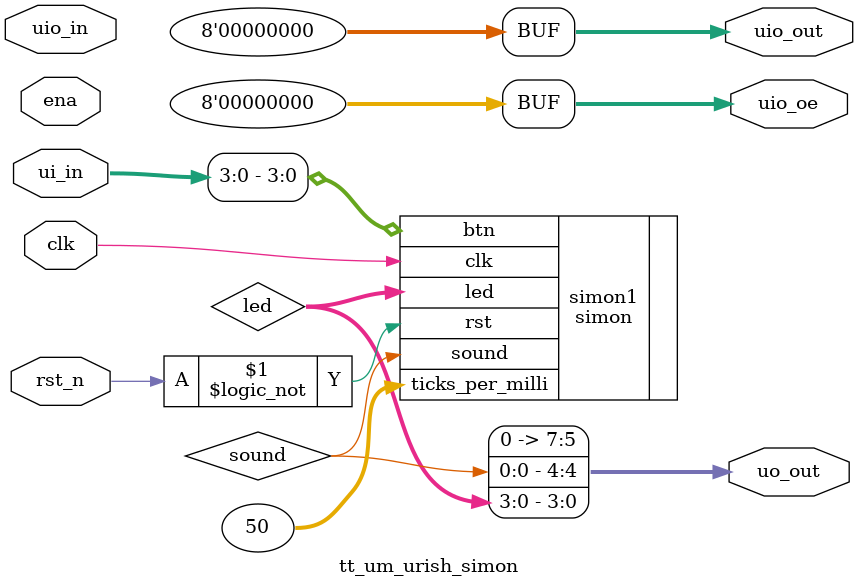
<source format=v>
`default_nettype none

/* verilator lint_off UNUSED */

module tt_um_urish_simon (
	input  wire [7:0] ui_in,	// Dedicated inputs
	output wire [7:0] uo_out,	// Dedicated outputs
	input  wire [7:0] uio_in,	// IOs: Input path
	output wire [7:0] uio_out,	// IOs: Output path
	output wire [7:0] uio_oe,	// IOs: Enable path (active high: 0=input, 1=output)
	input  wire       ena,
	input  wire       clk,
	input  wire       rst_n
);

  wire [3:0]led;
  wire sound;

  assign uo_out = { 3'b0, sound, led };
  assign uio_oe = 0;
  assign uio_out = 0;

  simon simon1 (
      .clk   (clk),
      .rst   (!rst_n),
      .ticks_per_milli (50),
      .btn   (ui_in[3:0]),
      .led   (led),
      .sound (sound)
  );

endmodule

</source>
